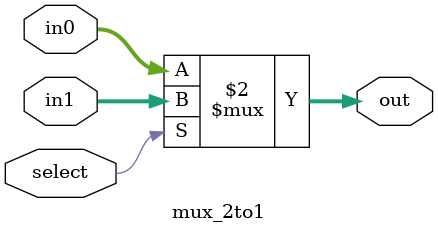
<source format=v>

module mux_2to1(in0,
		in1,
		out,
		select
		);			

	parameter bit_size = 32;	

	input   [bit_size-1:0] in0;
	input   [bit_size-1:0] in1;
	input                  select;
	output  [bit_size-1:0] out;

	assign out = (select == 0)?in0 :in1;


endmodule
		

</source>
